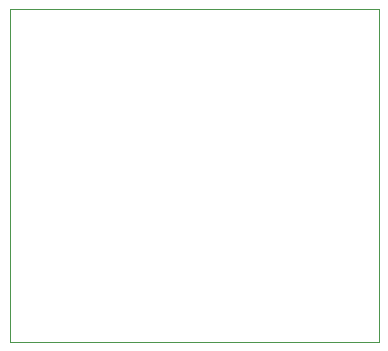
<source format=gbr>
%TF.GenerationSoftware,KiCad,Pcbnew,8.0.3-8.0.3-0~ubuntu22.04.1*%
%TF.CreationDate,2024-06-23T17:20:50+09:00*%
%TF.ProjectId,PCA9685_ver1,50434139-3638-4355-9f76-6572312e6b69,rev?*%
%TF.SameCoordinates,Original*%
%TF.FileFunction,Profile,NP*%
%FSLAX46Y46*%
G04 Gerber Fmt 4.6, Leading zero omitted, Abs format (unit mm)*
G04 Created by KiCad (PCBNEW 8.0.3-8.0.3-0~ubuntu22.04.1) date 2024-06-23 17:20:50*
%MOMM*%
%LPD*%
G01*
G04 APERTURE LIST*
%TA.AperFunction,Profile*%
%ADD10C,0.050000*%
%TD*%
G04 APERTURE END LIST*
D10*
X75800000Y-79587500D02*
X107050000Y-79587500D01*
X107050000Y-107837500D01*
X75800000Y-107837500D01*
X75800000Y-79587500D01*
M02*

</source>
